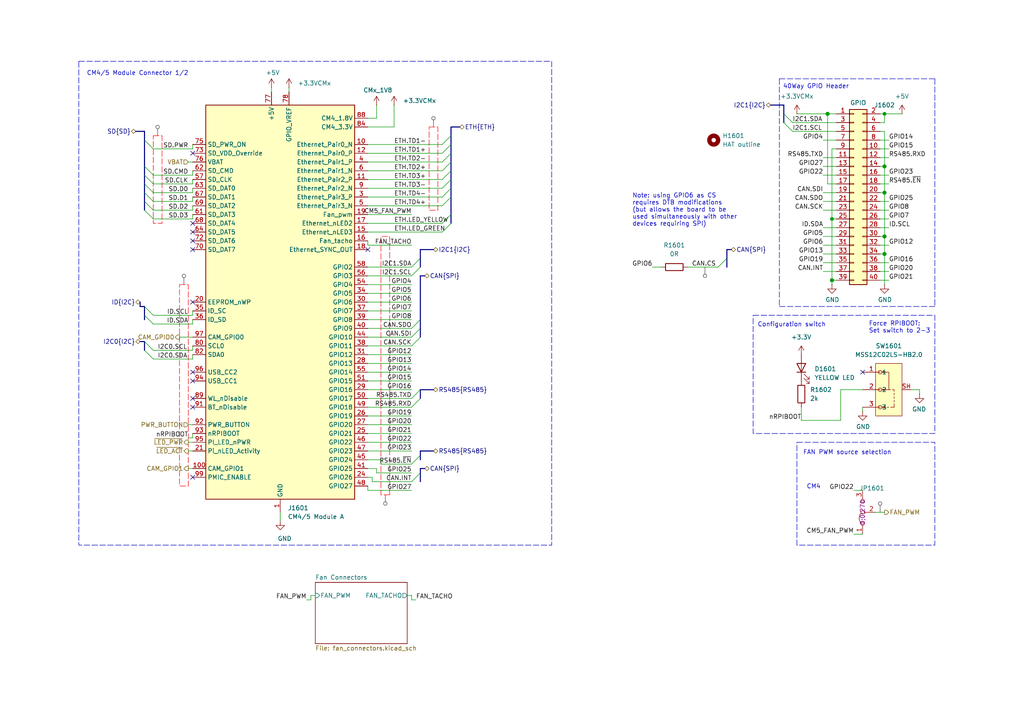
<source format=kicad_sch>
(kicad_sch (version 20250114) (generator "eeschema") (generator_version "9.0")
  (paper "A4")
  (title_block (title "HALPI2") (date "2025-03-27") (rev "v0.2.0") (company "Hat Labs Oy") (comment 1 "https://ohwr.org/cern_ohl_s_v2.pdf") (comment 2 "To view a copy of this license, visit ") (comment 3 "HALPI2 is licensed under CERN-OHL-S v2."))
  (lib_symbols
    (symbol "Connector_Generic:Conn_02x20_Odd_Even" (pin_names (offset 1.016) (hide yes))
      (property "Reference" "J" (at 1.27 25.4 0))
      (property "Value" "Conn_02x20_Odd_Even" (at 1.27 -27.94 0))
      (symbol "Conn_02x20_Odd_Even_1_1"
        (rectangle (start -1.27 24.13) (end 3.81 -26.67) (stroke (width 0.254)) (fill (type background)))
        (rectangle (start -1.27 22.987) (end 0 22.733) (stroke (width 0.1524)))
        (rectangle (start -1.27 20.447) (end 0 20.193) (stroke (width 0.1524)))
        (rectangle (start -1.27 17.907) (end 0 17.653) (stroke (width 0.1524)))
        (rectangle (start -1.27 15.367) (end 0 15.113) (stroke (width 0.1524)))
        (rectangle (start -1.27 12.827) (end 0 12.573) (stroke (width 0.1524)))
        (rectangle (start -1.27 10.287) (end 0 10.033) (stroke (width 0.1524)))
        (rectangle (start -1.27 7.747) (end 0 7.493) (stroke (width 0.1524)))
        (rectangle (start -1.27 5.207) (end 0 4.953) (stroke (width 0.1524)))
        (rectangle (start -1.27 2.667) (end 0 2.413) (stroke (width 0.1524)))
        (rectangle (start -1.27 0.127) (end 0 -0.127) (stroke (width 0.1524)))
        (rectangle (start -1.27 -2.413) (end 0 -2.667) (stroke (width 0.1524)))
        (rectangle (start -1.27 -4.953) (end 0 -5.207) (stroke (width 0.1524)))
        (rectangle (start -1.27 -7.493) (end 0 -7.747) (stroke (width 0.1524)))
        (rectangle (start -1.27 -10.033) (end 0 -10.287) (stroke (width 0.1524)))
        (rectangle (start -1.27 -12.573) (end 0 -12.827) (stroke (width 0.1524)))
        (rectangle (start -1.27 -15.113) (end 0 -15.367) (stroke (width 0.1524)))
        (rectangle (start -1.27 -17.653) (end 0 -17.907) (stroke (width 0.1524)))
        (rectangle (start -1.27 -20.193) (end 0 -20.447) (stroke (width 0.1524)))
        (rectangle (start -1.27 -22.733) (end 0 -22.987) (stroke (width 0.1524)))
        (rectangle (start -1.27 -25.273) (end 0 -25.527) (stroke (width 0.1524)))
        (rectangle (start 3.81 22.987) (end 2.54 22.733) (stroke (width 0.1524)))
        (rectangle (start 3.81 20.447) (end 2.54 20.193) (stroke (width 0.1524)))
        (rectangle (start 3.81 17.907) (end 2.54 17.653) (stroke (width 0.1524)))
        (rectangle (start 3.81 15.367) (end 2.54 15.113) (stroke (width 0.1524)))
        (rectangle (start 3.81 12.827) (end 2.54 12.573) (stroke (width 0.1524)))
        (rectangle (start 3.81 10.287) (end 2.54 10.033) (stroke (width 0.1524)))
        (rectangle (start 3.81 7.747) (end 2.54 7.493) (stroke (width 0.1524)))
        (rectangle (start 3.81 5.207) (end 2.54 4.953) (stroke (width 0.1524)))
        (rectangle (start 3.81 2.667) (end 2.54 2.413) (stroke (width 0.1524)))
        (rectangle (start 3.81 0.127) (end 2.54 -0.127) (stroke (width 0.1524)))
        (rectangle (start 3.81 -2.413) (end 2.54 -2.667) (stroke (width 0.1524)))
        (rectangle (start 3.81 -4.953) (end 2.54 -5.207) (stroke (width 0.1524)))
        (rectangle (start 3.81 -7.493) (end 2.54 -7.747) (stroke (width 0.1524)))
        (rectangle (start 3.81 -10.033) (end 2.54 -10.287) (stroke (width 0.1524)))
        (rectangle (start 3.81 -12.573) (end 2.54 -12.827) (stroke (width 0.1524)))
        (rectangle (start 3.81 -15.113) (end 2.54 -15.367) (stroke (width 0.1524)))
        (rectangle (start 3.81 -17.653) (end 2.54 -17.907) (stroke (width 0.1524)))
        (rectangle (start 3.81 -20.193) (end 2.54 -20.447) (stroke (width 0.1524)))
        (rectangle (start 3.81 -22.733) (end 2.54 -22.987) (stroke (width 0.1524)))
        (rectangle (start 3.81 -25.273) (end 2.54 -25.527) (stroke (width 0.1524)))
        (pin passive line (at -5.08 22.86 0) (length 3.81) (name "Pin_1") (number "1"))
        (pin passive line (at -5.08 20.32 0) (length 3.81) (name "Pin_3") (number "3"))
        (pin passive line (at -5.08 17.78 0) (length 3.81) (name "Pin_5") (number "5"))
        (pin passive line (at -5.08 15.24 0) (length 3.81) (name "Pin_7") (number "7"))
        (pin passive line (at -5.08 12.7 0) (length 3.81) (name "Pin_9") (number "9"))
        (pin passive line (at -5.08 10.16 0) (length 3.81) (name "Pin_11") (number "11"))
        (pin passive line (at -5.08 7.62 0) (length 3.81) (name "Pin_13") (number "13"))
        (pin passive line (at -5.08 5.08 0) (length 3.81) (name "Pin_15") (number "15"))
        (pin passive line (at -5.08 2.54 0) (length 3.81) (name "Pin_17") (number "17"))
        (pin passive line (at -5.08 0 0) (length 3.81) (name "Pin_19") (number "19"))
        (pin passive line (at -5.08 -2.54 0) (length 3.81) (name "Pin_21") (number "21"))
        (pin passive line (at -5.08 -5.08 0) (length 3.81) (name "Pin_23") (number "23"))
        (pin passive line (at -5.08 -7.62 0) (length 3.81) (name "Pin_25") (number "25"))
        (pin passive line (at -5.08 -10.16 0) (length 3.81) (name "Pin_27") (number "27"))
        (pin passive line (at -5.08 -12.7 0) (length 3.81) (name "Pin_29") (number "29"))
        (pin passive line (at -5.08 -15.24 0) (length 3.81) (name "Pin_31") (number "31"))
        (pin passive line (at -5.08 -17.78 0) (length 3.81) (name "Pin_33") (number "33"))
        (pin passive line (at -5.08 -20.32 0) (length 3.81) (name "Pin_35") (number "35"))
        (pin passive line (at -5.08 -22.86 0) (length 3.81) (name "Pin_37") (number "37"))
        (pin passive line (at -5.08 -25.4 0) (length 3.81) (name "Pin_39") (number "39"))
        (pin passive line (at 7.62 22.86 180) (length 3.81) (name "Pin_2") (number "2"))
        (pin passive line (at 7.62 20.32 180) (length 3.81) (name "Pin_4") (number "4"))
        (pin passive line (at 7.62 17.78 180) (length 3.81) (name "Pin_6") (number "6"))
        (pin passive line (at 7.62 15.24 180) (length 3.81) (name "Pin_8") (number "8"))
        (pin passive line (at 7.62 12.7 180) (length 3.81) (name "Pin_10") (number "10"))
        (pin passive line (at 7.62 10.16 180) (length 3.81) (name "Pin_12") (number "12"))
        (pin passive line (at 7.62 7.62 180) (length 3.81) (name "Pin_14") (number "14"))
        (pin passive line (at 7.62 5.08 180) (length 3.81) (name "Pin_16") (number "16"))
        (pin passive line (at 7.62 2.54 180) (length 3.81) (name "Pin_18") (number "18"))
        (pin passive line (at 7.62 0 180) (length 3.81) (name "Pin_20") (number "20"))
        (pin passive line (at 7.62 -2.54 180) (length 3.81) (name "Pin_22") (number "22"))
        (pin passive line (at 7.62 -5.08 180) (length 3.81) (name "Pin_24") (number "24"))
        (pin passive line (at 7.62 -7.62 180) (length 3.81) (name "Pin_26") (number "26"))
        (pin passive line (at 7.62 -10.16 180) (length 3.81) (name "Pin_28") (number "28"))
        (pin passive line (at 7.62 -12.7 180) (length 3.81) (name "Pin_30") (number "30"))
        (pin passive line (at 7.62 -15.24 180) (length 3.81) (name "Pin_32") (number "32"))
        (pin passive line (at 7.62 -17.78 180) (length 3.81) (name "Pin_34") (number "34"))
        (pin passive line (at 7.62 -20.32 180) (length 3.81) (name "Pin_36") (number "36"))
        (pin passive line (at 7.62 -22.86 180) (length 3.81) (name "Pin_38") (number "38"))
        (pin passive line (at 7.62 -25.4 180) (length 3.81) (name "Pin_40") (number "40"))
      )
    )
    (symbol "Device:LED" (pin_numbers (hide yes)) (pin_names (offset 1.016) (hide yes))
      (property "Reference" "D" (at 0 2.54 0))
      (property "Value" "LED" (at 0 -2.54 0))
      (symbol "LED_0_1"
        (polyline (pts (xy -3.048 -0.762) (xy -4.572 -2.286) (xy -3.81 -2.286) (xy -4.572 -2.286) (xy -4.572 -1.524)))
        (polyline (pts (xy -1.778 -0.762) (xy -3.302 -2.286) (xy -2.54 -2.286) (xy -3.302 -2.286) (xy -3.302 -1.524)))
        (polyline (pts (xy -1.27 0) (xy 1.27 0)))
        (polyline (pts (xy -1.27 -1.27) (xy -1.27 1.27)) (stroke (width 0.254)))
        (polyline (pts (xy 1.27 -1.27) (xy 1.27 1.27) (xy -1.27 0) (xy 1.27 -1.27)) (stroke (width 0.254)))
      )
      (symbol "LED_1_1"
        (pin passive line (at -3.81 0 0) (length 2.54) (name "K") (number "1"))
        (pin passive line (at 3.81 0 180) (length 2.54) (name "A") (number "2"))
      )
    )
    (symbol "Device:R" (pin_numbers (hide yes)) (pin_names (offset 0))
      (property "Reference" "R" (at 2.032 0 90))
      (property "Value" "R" (at 0 0 90))
      (symbol "R_0_1"
        (rectangle (start -1.016 -2.54) (end 1.016 2.54) (stroke (width 0.254)))
      )
      (symbol "R_1_1"
        (pin passive line (at 0 3.81 270) (length 1.27) (name "~") (number "1"))
        (pin passive line (at 0 -3.81 90) (length 1.27) (name "~") (number "2"))
      )
    )
    (symbol "Hatlabs:+3.3VCMx" (power) (pin_numbers (hide yes)) (pin_names (offset 0) (hide yes))
      (property "Value" "+3.3VCMx" (at 0 3.556 0))
      (symbol "+3.3VCMx_0_1"
        (polyline (pts (xy -0.762 1.27) (xy 0 2.54)))
        (polyline (pts (xy 0 2.54) (xy 0.762 1.27)))
        (polyline (pts (xy 0 0) (xy 0 2.54)))
      )
      (symbol "+3.3VCMx_1_1"
        (pin power_in line (at 0 0 90) (length 0) (name "~") (number "1"))
      )
    )
    (symbol "Hatlabs:MSS12C02LS-HB2.0"
      (property "Reference" "SW" (at 0 11.43 0))
      (property "Value" "MSS12C02LS-HB2.0" (at 0 -12.7 0))
      (symbol "MSS12C02LS-HB2.0_0_1"
        (rectangle (start -7.62 3.81) (end 7.62 -3.81) (fill (type background)))
        (polyline (pts (xy -5.08 -2.03) (xy -5.33 -1.02)))
        (polyline (pts (xy -5.08 -2.03) (xy -4.83 -1.02)))
        (polyline (pts (xy -5.08 -2.03) (xy -5.08 0) (xy 0 0) (xy 0 -2.03)))
        (circle (center -5.08 -2.54) (radius 0.51))
        (polyline (pts (xy 0 1.02) (xy 0 1.52) (xy 0.51 1.52)))
        (polyline (pts (xy 0 0) (xy 0 0.51)))
        (polyline (pts (xy 0 -2.03) (xy -0.25 -1.02)))
        (polyline (pts (xy 0 -2.03) (xy 0.25 -1.02)))
        (circle (center 0 -2.54) (radius 0.51))
        (polyline (pts (xy 1.02 1.52) (xy 1.52 1.52)))
        (polyline (pts (xy 2.03 1.52) (xy 2.54 1.52)))
        (polyline (pts (xy 3.05 1.52) (xy 3.56 1.52)))
        (polyline (pts (xy 4.06 1.52) (xy 5.08 1.52)))
        (polyline (pts (xy 5.08 1.52) (xy 5.08 0.51)))
        (polyline (pts (xy 5.08 -0.51) (xy 5.08 0)))
        (polyline (pts (xy 5.08 -1.52) (xy 5.08 -1.02)))
        (polyline (pts (xy 5.08 -2.03) (xy 4.83 -1.02)))
        (polyline (pts (xy 5.08 -2.03) (xy 5.33 -1.02)))
        (circle (center 5.08 -2.54) (radius 0.51))
      )
      (symbol "MSS12C02LS-HB2.0_1_1"
        (pin passive line (at -5.08 -7.62 90) (length 5.08) (name "1") (number "1"))
        (pin passive line (at 0 6.35 270) (length 2.54) (name "") (number "SH"))
        (pin passive line (at 0 -7.62 90) (length 5.08) (name "2") (number "2"))
        (pin passive line (at 5.08 -7.62 90) (length 5.08) (name "3") (number "3"))
      )
    )
    (symbol "Hatlabs:RaspberryPi-CM45Lite-A"
      (property "Reference" "J" (at -20.32 58.42 0))
      (property "Value" "RaspberryPi-CM45Lite" (at 12.7 58.42 0))
      (symbol "RaspberryPi-CM45Lite-A_0_1"
        (rectangle (start -21.59 57.15) (end 21.59 -57.15) (stroke (width 0.254)) (fill (type background)))
      )
      (symbol "RaspberryPi-CM45Lite-A_1_1"
        (pin output line (at -25.4 45.72 0) (length 3.81) (name "SD_PWR_ON") (number "75"))
        (pin input line (at -25.4 43.18 0) (length 3.81) (name "SD_VDD_Override") (number "73"))
        (pin power_in line (at -25.4 40.64 0) (length 3.81) (name "VBAT") (number "76"))
        (pin output line (at -25.4 38.1 0) (length 3.81) (name "SD_CMD") (number "62"))
        (pin output line (at -25.4 35.56 0) (length 3.81) (name "SD_CLK") (number "57"))
        (pin bidirectional line (at -25.4 33.02 0) (length 3.81) (name "SD_DAT0") (number "63"))
        (pin bidirectional line (at -25.4 30.48 0) (length 3.81) (name "SD_DAT1") (number "67"))
        (pin bidirectional line (at -25.4 27.94 0) (length 3.81) (name "SD_DAT2") (number "69"))
        (pin bidirectional line (at -25.4 25.4 0) (length 3.81) (name "SD_DAT3") (number "61"))
        (pin bidirectional line (at -25.4 22.86 0) (length 3.81) (name "SD_DAT4") (number "68"))
        (pin bidirectional line (at -25.4 20.32 0) (length 3.81) (name "SD_DAT5") (number "64"))
        (pin bidirectional line (at -25.4 17.78 0) (length 3.81) (name "SD_DAT6") (number "72"))
        (pin bidirectional line (at -25.4 15.24 0) (length 3.81) (name "SD_DAT7") (number "70"))
        (pin passive line (at -25.4 0 0) (length 3.81) (name "EEPROM_nWP") (number "20"))
        (pin bidirectional line (at -25.4 -2.54 0) (length 3.81) (name "ID_SC") (number "35"))
        (pin bidirectional line (at -25.4 -5.08 0) (length 3.81) (name "ID_SD") (number "36"))
        (pin input line (at -25.4 -10.16 0) (length 3.81) (name "CAM_GPIO0") (number "97"))
        (pin output line (at -25.4 -12.7 0) (length 3.81) (name "SCL0") (number "80"))
        (pin bidirectional line (at -25.4 -15.24 0) (length 3.81) (name "SDA0") (number "82"))
        (pin input line (at -25.4 -20.32 0) (length 3.81) (name "USB_CC2") (number "96"))
        (pin input line (at -25.4 -22.86 0) (length 3.81) (name "USB_CC1") (number "94"))
        (pin input line (at -25.4 -27.94 0) (length 3.81) (name "WL_nDisable") (number "89"))
        (pin input line (at -25.4 -30.48 0) (length 3.81) (name "BT_nDisable") (number "91"))
        (pin input line (at -25.4 -35.56 0) (length 3.81) (name "PWR_BUTTON") (number "92"))
        (pin output line (at -25.4 -38.1 0) (length 3.81) (name "nRPIBOOT") (number "93"))
        (pin output line (at -25.4 -40.64 0) (length 3.81) (name "PI_LED_nPWR") (number "95"))
        (pin input line (at -25.4 -43.18 0) (length 3.81) (name "Pi_nLED_Activity") (number "21"))
        (pin bidirectional line (at -25.4 -48.26 0) (length 3.81) (name "CAM_GPIO1") (number "100"))
        (pin input line (at -25.4 -50.8 0) (length 3.81) (name "PMIC_ENABLE") (number "99"))
        (pin power_in line (at -2.54 60.96 270) (length 3.81) (name "+5V") (number "77"))
        (pin passive line (at -2.54 60.96 270) (length 3.81) (hide yes) (name "+5V") (number "79"))
        (pin passive line (at -2.54 60.96 270) (length 3.81) (hide yes) (name "+5V") (number "81"))
        (pin passive line (at -2.54 60.96 270) (length 3.81) (hide yes) (name "+5V") (number "83"))
        (pin passive line (at -2.54 60.96 270) (length 3.81) (hide yes) (name "+5V") (number "85"))
        (pin passive line (at -2.54 60.96 270) (length 3.81) (hide yes) (name "+5V") (number "87"))
        (pin power_in line (at 0 -60.96 90) (length 3.81) (name "GND") (number "1"))
        (pin passive line (at 0 -60.96 90) (length 3.81) (hide yes) (name "GND") (number "13"))
        (pin passive line (at 0 -60.96 90) (length 3.81) (hide yes) (name "GND") (number "14"))
        (pin passive line (at 0 -60.96 90) (length 3.81) (hide yes) (name "GND") (number "2"))
        (pin passive line (at 0 -60.96 90) (length 3.81) (hide yes) (name "GND") (number "22"))
        (pin passive line (at 0 -60.96 90) (length 3.81) (hide yes) (name "GND") (number "23"))
        (pin passive line (at 0 -60.96 90) (length 3.81) (hide yes) (name "GND") (number "32"))
        (pin passive line (at 0 -60.96 90) (length 3.81) (hide yes) (name "GND") (number "33"))
        (pin passive line (at 0 -60.96 90) (length 3.81) (hide yes) (name "GND") (number "42"))
        (pin passive line (at 0 -60.96 90) (length 3.81) (hide yes) (name "GND") (number "43"))
        (pin passive line (at 0 -60.96 90) (length 3.81) (hide yes) (name "GND") (number "52"))
        (pin passive line (at 0 -60.96 90) (length 3.81) (hide yes) (name "GND") (number "53"))
        (pin passive line (at 0 -60.96 90) (length 3.81) (hide yes) (name "GND") (number "59"))
        (pin passive line (at 0 -60.96 90) (length 3.81) (hide yes) (name "GND") (number "60"))
        (pin passive line (at 0 -60.96 90) (length 3.81) (hide yes) (name "GND") (number "65"))
        (pin passive line (at 0 -60.96 90) (length 3.81) (hide yes) (name "GND") (number "66"))
        (pin passive line (at 0 -60.96 90) (length 3.81) (hide yes) (name "GND") (number "7"))
        (pin passive line (at 0 -60.96 90) (length 3.81) (hide yes) (name "GND") (number "71"))
        (pin passive line (at 0 -60.96 90) (length 3.81) (hide yes) (name "GND") (number "74"))
        (pin passive line (at 0 -60.96 90) (length 3.81) (hide yes) (name "GND") (number "8"))
        (pin passive line (at 0 -60.96 90) (length 3.81) (hide yes) (name "GND") (number "98"))
        (pin power_in line (at 2.54 60.96 270) (length 3.81) (name "GPIO_VREF") (number "78"))
        (pin power_out line (at 25.4 53.34 180) (length 3.81) (name "CM4_1.8V") (number "88"))
        (pin passive line (at 25.4 53.34 180) (length 3.81) (hide yes) (name "CM4_1.8V") (number "90"))
        (pin power_out line (at 25.4 50.8 180) (length 3.81) (name "CM4_3.3V") (number "84"))
        (pin passive line (at 25.4 50.8 180) (length 3.81) (hide yes) (name "CM4_3.3V") (number "86"))
        (pin bidirectional line (at 25.4 45.72 180) (length 3.81) (name "Ethernet_Pair0_N") (number "10"))
        (pin bidirectional line (at 25.4 43.18 180) (length 3.81) (name "Ethernet_Pair0_P") (number "12"))
        (pin bidirectional line (at 25.4 40.64 180) (length 3.81) (name "Ethernet_Pair1_P") (number "4"))
        (pin bidirectional line (at 25.4 38.1 180) (length 3.81) (name "Ethernet_Pair1_N") (number "6"))
        (pin bidirectional line (at 25.4 35.56 180) (length 3.81) (name "Ethernet_Pair2_P") (number "11"))
        (pin bidirectional line (at 25.4 33.02 180) (length 3.81) (name "Ethernet_Pair2_N") (number "9"))
        (pin bidirectional line (at 25.4 30.48 180) (length 3.81) (name "Ethernet_Pair3_P") (number "3"))
        (pin bidirectional line (at 25.4 27.94 180) (length 3.81) (name "Ethernet_Pair3_N") (number "5"))
        (pin output line (at 25.4 25.4 180) (length 3.81) (name "Fan_pwm") (number "19"))
        (pin output line (at 25.4 22.86 180) (length 3.81) (name "Ethernet_nLED2") (number "17"))
        (pin output line (at 25.4 20.32 180) (length 3.81) (name "Ethernet_nLED3") (number "15"))
        (pin input line (at 25.4 17.78 180) (length 3.81) (name "Fan_tacho") (number "16"))
        (pin output line (at 25.4 15.24 180) (length 3.81) (name "Ethernet_SYNC_OUT") (number "18"))
        (pin bidirectional line (at 25.4 10.16 180) (length 3.81) (name "GPIO2") (number "58"))
        (pin bidirectional line (at 25.4 7.62 180) (length 3.81) (name "GPIO3") (number "56"))
        (pin bidirectional line (at 25.4 5.08 180) (length 3.81) (name "GPIO4") (number "54"))
        (pin bidirectional line (at 25.4 2.54 180) (length 3.81) (name "GPIO5") (number "34"))
        (pin bidirectional line (at 25.4 0 180) (length 3.81) (name "GPIO6") (number "30"))
        (pin bidirectional line (at 25.4 -2.54 180) (length 3.81) (name "GPIO7") (number "37"))
        (pin bidirectional line (at 25.4 -5.08 180) (length 3.81) (name "GPIO8") (number "39"))
        (pin bidirectional line (at 25.4 -7.62 180) (length 3.81) (name "GPIO9") (number "40"))
        (pin bidirectional line (at 25.4 -10.16 180) (length 3.81) (name "GPIO10") (number "44"))
        (pin bidirectional line (at 25.4 -12.7 180) (length 3.81) (name "GPIO11") (number "38"))
        (pin bidirectional line (at 25.4 -15.24 180) (length 3.81) (name "GPIO12") (number "31"))
        (pin bidirectional line (at 25.4 -17.78 180) (length 3.81) (name "GPIO13") (number "28"))
        (pin bidirectional line (at 25.4 -20.32 180) (length 3.81) (name "GPIO14") (number "55"))
        (pin bidirectional line (at 25.4 -22.86 180) (length 3.81) (name "GPIO15") (number "51"))
        (pin bidirectional line (at 25.4 -25.4 180) (length 3.81) (name "GPIO16") (number "29"))
        (pin bidirectional line (at 25.4 -27.94 180) (length 3.81) (name "GPIO17") (number "50"))
        (pin bidirectional line (at 25.4 -30.48 180) (length 3.81) (name "GPIO18") (number "49"))
        (pin bidirectional line (at 25.4 -33.02 180) (length 3.81) (name "GPIO19") (number "26"))
        (pin bidirectional line (at 25.4 -35.56 180) (length 3.81) (name "GPIO20") (number "27"))
        (pin bidirectional line (at 25.4 -38.1 180) (length 3.81) (name "GPIO21") (number "25"))
        (pin bidirectional line (at 25.4 -40.64 180) (length 3.81) (name "GPIO22") (number "46"))
        (pin bidirectional line (at 25.4 -43.18 180) (length 3.81) (name "GPIO23") (number "47"))
        (pin bidirectional line (at 25.4 -45.72 180) (length 3.81) (name "GPIO24") (number "45"))
        (pin bidirectional line (at 25.4 -48.26 180) (length 3.81) (name "GPIO25") (number "41"))
        (pin bidirectional line (at 25.4 -50.8 180) (length 3.81) (name "GPIO26") (number "24"))
        (pin bidirectional line (at 25.4 -53.34 180) (length 3.81) (name "GPIO27") (number "48"))
      )
    )
    (symbol "Jumper:Jumper_3_Bridged12" (pin_names (offset 0) (hide yes)) (exclude_from_sim yes) (in_bom no)
      (property "Reference" "JP" (at -2.54 -2.54 0))
      (property "Value" "Jumper_3_Bridged12" (at 0 2.794 0))
      (symbol "Jumper_3_Bridged12_0_0"
        (circle (center -3.302 0) (radius 0.508))
        (circle (center 0 0) (radius 0.508))
        (circle (center 3.302 0) (radius 0.508))
      )
      (symbol "Jumper_3_Bridged12_0_1"
        (arc (start -3.048 0.508) (mid -1.651 0.9912) (end -0.254 0.508))
        (polyline (pts (xy 0 -1.27) (xy 0 -0.508)))
      )
      (symbol "Jumper_3_Bridged12_1_1"
        (pin passive line (at -6.35 0 0) (length 2.54) (name "A") (number "1"))
        (pin passive line (at 0 -3.81 90) (length 2.54) (name "C") (number "2"))
        (pin passive line (at 6.35 0 180) (length 2.54) (name "B") (number "3"))
      )
    )
    (symbol "Mechanical:MountingHole" (pin_names (offset 1.016)) (exclude_from_sim yes) (in_bom no)
      (property "Reference" "H" (at 0 5.08 0))
      (property "Value" "MountingHole" (at 0 3.175 0))
      (symbol "MountingHole_0_1"
        (circle (center 0 0) (radius 1.27) (stroke (width 1.27)))
      )
    )
    (symbol "power:+1V8" (power) (pin_numbers (hide yes)) (pin_names (offset 0) (hide yes))
      (property "Value" "+1V8" (at 0 3.556 0))
      (symbol "+1V8_0_1"
        (polyline (pts (xy -0.762 1.27) (xy 0 2.54)))
        (polyline (pts (xy 0 2.54) (xy 0.762 1.27)))
        (polyline (pts (xy 0 0) (xy 0 2.54)))
      )
      (symbol "+1V8_1_1"
        (pin power_in line (at 0 0 90) (length 0) (name "~") (number "1"))
      )
    )
    (symbol "power:+3.3V" (power) (pin_numbers (hide yes)) (pin_names (offset 0) (hide yes))
      (property "Value" "+3.3V" (at 0 3.556 0))
      (symbol "+3.3V_0_1"
        (polyline (pts (xy -0.762 1.27) (xy 0 2.54)))
        (polyline (pts (xy 0 2.54) (xy 0.762 1.27)))
        (polyline (pts (xy 0 0) (xy 0 2.54)))
      )
      (symbol "+3.3V_1_1"
        (pin power_in line (at 0 0 90) (length 0) (name "~") (number "1"))
      )
    )
    (symbol "power:+5V" (power) (pin_numbers (hide yes)) (pin_names (offset 0) (hide yes))
      (property "Value" "+5V" (at 0 3.556 0))
      (symbol "+5V_0_1"
        (polyline (pts (xy -0.762 1.27) (xy 0 2.54)))
        (polyline (pts (xy 0 2.54) (xy 0.762 1.27)))
        (polyline (pts (xy 0 0) (xy 0 2.54)))
      )
      (symbol "+5V_1_1"
        (pin power_in line (at 0 0 90) (length 0) (name "~") (number "1"))
      )
    )
    (symbol "power:GND" (power) (pin_numbers (hide yes)) (pin_names (offset 0) (hide yes))
      (property "Value" "GND" (at 0 -3.81 0))
      (symbol "GND_0_1"
        (polyline (pts (xy 0 0) (xy 0 -1.27) (xy 1.27 -1.27) (xy 0 -2.54) (xy -1.27 -1.27) (xy 0 -1.27)))
      )
      (symbol "GND_1_1"
        (pin power_in line (at 0 0 270) (length 0) (name "~") (number "1"))
      )
    )
  )
  (bus_alias "DPHY" (members "C+" "C-" "D0+" "D0-" "D1+" "D1-" "D2+" "D2-" "D3+" "D3-"))
  (bus_alias "HDMI" (members "D0+" "D0-" "D1+" "D1-" "D2+" "D2-" "CLK+" "CLK-" "CEC" "HPD" "SDA" "SCL"))
  (bus_alias "PCIe" (members "~{RST}" "~{CLKREQ}" "CLK+" "CLK-" "TX+" "TX-" "RX+" "RX-" "~{WAKE}" "PWR_EN"))
  (bus_alias "SD" (members "D[0..3]" "CMD" "CLK" "PWR" "DET"))
  (bus_alias "SPI" (members "SCK" "SDI" "SDO" "CS" "INT"))
  (bus_alias "UART" (members "RXD" "TXD"))
  (rectangle (start 22.86 17.78) (end 160.02 158.115) (stroke (width 0) (type dash)))
  (rectangle (start 218.44 91.44) (end 271.145 125.73) (stroke (width 0) (type dash)))
  (rectangle (start 231.14 128.27) (end 271.145 158.115) (stroke (width 0) (type dash)))
  (text "40Way GPIO Header" (at 227.076 25.908 0) (effects (font (size 1.27 1.27)) (justify left bottom)))
  (text "FAN PWM source selection" (at 232.918 131.318 0) (effects (font (size 1.27 1.27)) (justify left)))
  (text "Note: using GPIO6 as CS\nrequires DTB modifications\n(but allows the board to be \nused simultaneously with other\ndevices requiring SPI)" (at 183.388 65.786 0) (effects (font (size 1.27 1.27)) (justify left bottom)))
  (text "Configuration switch" (at 219.71 94.234 0) (effects (font (size 1.27 1.27)) (justify left)))
  (text "Force RPIBOOT:\nSet switch to 2-3" (at 251.968 96.774 0) (effects (font (size 1.27 1.27)) (justify left bottom)))
  (text "CM4" (at 233.934 141.224 0) (effects (font (size 1.27 1.27)) (justify left)))
  (text "CM4/5 Module Connector 1/2" (at 25.146 21.336 0) (effects (font (size 1.27 1.27)) (justify left)))
  (junction (at 241.3 63.5))
  (junction (at 256.54 68.58) (diameter 1.016))
  (junction (at 256.54 55.88) (diameter 1.016))
  (junction (at 256.54 73.66) (diameter 1.016))
  (junction (at 256.54 48.26) (diameter 1.016))
  (junction (at 256.54 33.02))
  (junction (at 240.03 33.02) (diameter 1.016))
  (junction (at 241.3 81.28) (diameter 1.016))
  (no_connect (at 55.88 67.31))
  (no_connect (at 55.88 69.85))
  (no_connect (at 55.88 44.45))
  (no_connect (at 55.88 87.63))
  (no_connect (at 55.88 118.11))
  (no_connect (at 55.88 110.49))
  (no_connect (at 55.88 107.95))
  (no_connect (at 106.68 72.39))
  (no_connect (at 250.19 107.95))
  (no_connect (at 55.88 72.39))
  (no_connect (at 55.88 115.57))
  (no_connect (at 55.88 138.43))
  (no_connect (at 55.88 64.77))
  (bus_entry (at 128.27 49.53) (size 2.54 -2.54) (stroke (width 0.1524)))
  (bus_entry (at 41.91 101.6) (size 2.54 2.54))
  (bus_entry (at 41.91 53.34) (size 2.54 2.54) (stroke (width 0.1524)))
  (bus_entry (at 121.92 77.47) (size -2.54 2.54) (stroke (width 0.1524)))
  (bus_entry (at 128.27 52.07) (size 2.54 -2.54) (stroke (width 0.1524)))
  (bus_entry (at 41.91 58.42) (size 2.54 2.54) (stroke (width 0.1524)))
  (bus_entry (at 121.92 95.25) (size -2.54 2.54))
  (bus_entry (at 227.33 33.02) (size 2.54 2.54) (stroke (width 0.1524)))
  (bus_entry (at 41.91 50.8) (size 2.54 2.54) (stroke (width 0.1524)))
  (bus_entry (at 128.27 67.31) (size 2.54 -2.54) (stroke (width 0.1524)))
  (bus_entry (at 128.27 64.77) (size 2.54 -2.54) (stroke (width 0.1524)))
  (bus_entry (at 128.27 46.99) (size 2.54 -2.54) (stroke (width 0.1524)))
  (bus_entry (at 128.27 59.69) (size 2.54 -2.54) (stroke (width 0.1524)))
  (bus_entry (at 121.92 115.57) (size -2.54 2.54))
  (bus_entry (at 121.92 97.79) (size -2.54 2.54))
  (bus_entry (at 121.92 92.71) (size -2.54 2.54))
  (bus_entry (at 210.82 74.93) (size -2.54 2.54))
  (bus_entry (at 128.27 57.15) (size 2.54 -2.54) (stroke (width 0.1524)))
  (bus_entry (at 128.27 41.91) (size 2.54 -2.54) (stroke (width 0.1524)))
  (bus_entry (at 41.91 60.96) (size 2.54 2.54) (stroke (width 0.1524)))
  (bus_entry (at 121.92 137.16) (size -2.54 2.54) (stroke (width 0.1524)))
  (bus_entry (at 121.92 74.93) (size -2.54 2.54) (stroke (width 0.1524)))
  (bus_entry (at 41.91 48.26) (size 2.54 2.54) (stroke (width 0.1524)))
  (bus_entry (at 41.91 40.64) (size 2.54 2.54) (stroke (width 0.1524)))
  (bus_entry (at 128.27 44.45) (size 2.54 -2.54) (stroke (width 0.1524)))
  (bus_entry (at 227.33 35.56) (size 2.54 2.54) (stroke (width 0.1524)))
  (bus_entry (at 41.91 91.44) (size 2.54 2.54))
  (bus_entry (at 41.91 99.06) (size 2.54 2.54))
  (bus_entry (at 121.92 113.03) (size -2.54 2.54))
  (bus_entry (at 128.27 54.61) (size 2.54 -2.54) (stroke (width 0.1524)))
  (bus_entry (at 41.91 55.88) (size 2.54 2.54) (stroke (width 0.1524)))
  (bus_entry (at 121.92 132.08) (size -2.54 2.54) (stroke (width 0.1524)))
  (bus_entry (at 41.91 88.9) (size 2.54 2.54))
  (wire (pts (xy 106.68 82.55) (xy 119.38 82.55)))
  (wire (pts (xy 255.27 68.58) (xy 256.54 68.58)))
  (wire (pts (xy 238.76 68.58) (xy 242.57 68.58)))
  (wire (pts (xy 229.87 35.56) (xy 242.57 35.56)))
  (wire (pts (xy 54.61 123.19) (xy 55.88 123.19)))
  (wire (pts (xy 44.45 91.44) (xy 55.88 91.44)))
  (wire (pts (xy 114.3 36.83) (xy 114.3 30.48)))
  (wire (pts (xy 199.39 77.47) (xy 208.28 77.47)))
  (bus (pts (xy 123.19 135.89) (xy 121.92 135.89)))
  (wire (pts (xy 55.88 60.96) (xy 55.88 59.69)))
  (wire (pts (xy 256.54 35.56) (xy 256.54 33.02)))
  (wire (pts (xy 110.49 133.35) (xy 106.68 133.35)))
  (wire (pts (xy 44.45 55.88) (xy 55.88 55.88)))
  (bus (pts (xy 39.37 38.1) (xy 41.91 38.1)))
  (wire (pts (xy 243.84 113.03) (xy 243.84 121.92)))
  (wire (pts (xy 44.45 50.8) (xy 55.88 50.8)))
  (bus (pts (xy 40.64 88.9) (xy 41.91 88.9)))
  (wire (pts (xy 238.76 78.74) (xy 242.57 78.74)))
  (wire (pts (xy 106.68 54.61) (xy 128.27 54.61)))
  (wire (pts (xy 81.28 148.59) (xy 81.28 151.13)))
  (wire (pts (xy 55.88 55.88) (xy 55.88 54.61)))
  (wire (pts (xy 106.68 125.73) (xy 119.38 125.73)))
  (wire (pts (xy 78.74 25.4) (xy 78.74 26.67)))
  (wire (pts (xy 107.95 139.7) (xy 119.38 139.7)))
  (wire (pts (xy 107.95 139.7) (xy 107.95 138.43)))
  (wire (pts (xy 256.54 148.59) (xy 254 148.59)))
  (wire (pts (xy 106.68 49.53) (xy 128.27 49.53)))
  (wire (pts (xy 242.57 33.02) (xy 240.03 33.02)))
  (wire (pts (xy 238.76 50.8) (xy 242.57 50.8)))
  (wire (pts (xy 106.68 34.29) (xy 109.22 34.29)))
  (bus (pts (xy 121.92 137.16) (xy 121.92 139.7)))
  (wire (pts (xy 106.68 115.57) (xy 119.38 115.57)))
  (wire (pts (xy 55.88 50.8) (xy 55.88 49.53)))
  (wire (pts (xy 44.45 43.18) (xy 55.88 43.18)))
  (wire (pts (xy 241.3 63.5) (xy 241.3 81.28)))
  (bus (pts (xy 212.09 72.39) (xy 210.82 72.39)))
  (wire (pts (xy 54.61 128.27) (xy 55.88 128.27)))
  (wire (pts (xy 106.68 90.17) (xy 119.38 90.17)))
  (wire (pts (xy 189.23 77.47) (xy 191.77 77.47)))
  (wire (pts (xy 44.45 60.96) (xy 55.88 60.96)))
  (wire (pts (xy 106.68 59.69) (xy 128.27 59.69)))
  (wire (pts (xy 255.27 81.28) (xy 257.81 81.28)))
  (bus (pts (xy 227.33 30.48) (xy 227.33 33.02)))
  (wire (pts (xy 44.45 104.14) (xy 55.88 104.14)))
  (wire (pts (xy 255.27 45.72) (xy 257.81 45.72)))
  (bus (pts (xy 121.92 92.71) (xy 121.92 95.25)))
  (bus (pts (xy 125.73 72.39) (xy 121.92 72.39)))
  (wire (pts (xy 109.22 135.89) (xy 106.68 135.89)))
  (wire (pts (xy 90.17 172.72) (xy 91.44 172.72)))
  (wire (pts (xy 55.88 53.34) (xy 55.88 52.07)))
  (bus (pts (xy 223.52 30.48) (xy 227.33 30.48)))
  (wire (pts (xy 55.88 127) (xy 55.88 125.73)))
  (wire (pts (xy 255.27 53.34) (xy 257.81 53.34)))
  (wire (pts (xy 54.61 127) (xy 55.88 127)))
  (bus (pts (xy 121.92 95.25) (xy 121.92 97.79)))
  (polyline (pts (xy 226.06 88.9) (xy 271.145 88.9)) (stroke (width 0) (type dash)))
  (wire (pts (xy 106.68 105.41) (xy 119.38 105.41)))
  (wire (pts (xy 54.61 135.89) (xy 55.88 135.89)))
  (wire (pts (xy 243.84 113.03) (xy 250.19 113.03)))
  (wire (pts (xy 106.68 80.01) (xy 119.38 80.01)))
  (wire (pts (xy 238.76 48.26) (xy 242.57 48.26)))
  (wire (pts (xy 229.87 38.1) (xy 242.57 38.1)))
  (wire (pts (xy 255.27 50.8) (xy 257.81 50.8)))
  (wire (pts (xy 120.65 173.99) (xy 119.38 173.99)))
  (wire (pts (xy 247.65 154.94) (xy 250.19 154.94)))
  (wire (pts (xy 106.68 102.87) (xy 119.38 102.87)))
  (polyline (pts (xy 226.06 22.86) (xy 226.06 88.9)) (stroke (width 0) (type dash)))
  (wire (pts (xy 238.76 71.12) (xy 242.57 71.12)))
  (bus (pts (xy 210.82 72.39) (xy 210.82 74.93)))
  (wire (pts (xy 264.16 113.03) (xy 266.7 113.03)))
  (wire (pts (xy 255.27 38.1) (xy 256.54 38.1)))
  (wire (pts (xy 106.68 110.49) (xy 119.38 110.49)))
  (wire (pts (xy 238.76 45.72) (xy 242.57 45.72)))
  (wire (pts (xy 266.7 113.03) (xy 266.7 114.3)))
  (wire (pts (xy 106.68 107.95) (xy 119.38 107.95)))
  (wire (pts (xy 55.88 58.42) (xy 55.88 57.15)))
  (wire (pts (xy 106.68 67.31) (xy 128.27 67.31)))
  (wire (pts (xy 255.27 76.2) (xy 257.81 76.2)))
  (wire (pts (xy 255.27 60.96) (xy 257.81 60.96)))
  (wire (pts (xy 238.76 73.66) (xy 242.57 73.66)))
  (bus (pts (xy 41.91 91.44) (xy 41.91 88.9)))
  (wire (pts (xy 110.49 134.62) (xy 119.38 134.62)))
  (wire (pts (xy 106.68 130.81) (xy 119.38 130.81)))
  (wire (pts (xy 107.95 138.43) (xy 106.68 138.43)))
  (wire (pts (xy 119.38 172.72) (xy 118.11 172.72)))
  (wire (pts (xy 238.76 66.04) (xy 242.57 66.04)))
  (bus (pts (xy 40.64 99.06) (xy 41.91 99.06)))
  (wire (pts (xy 44.45 63.5) (xy 55.88 63.5)))
  (bus (pts (xy 121.92 130.81) (xy 121.92 132.08)))
  (bus (pts (xy 121.92 113.03) (xy 125.73 113.03)))
  (bus (pts (xy 121.92 80.01) (xy 121.92 92.71)))
  (wire (pts (xy 55.88 43.18) (xy 55.88 41.91)))
  (wire (pts (xy 55.88 93.98) (xy 55.88 92.71)))
  (bus (pts (xy 121.92 74.93) (xy 121.92 77.47)))
  (bus (pts (xy 123.19 80.01) (xy 121.92 80.01)))
  (wire (pts (xy 238.76 58.42) (xy 242.57 58.42)))
  (wire (pts (xy 243.84 121.92) (xy 232.41 121.92)))
  (wire (pts (xy 250.19 118.11) (xy 250.19 119.38)))
  (wire (pts (xy 238.76 55.88) (xy 242.57 55.88)))
  (wire (pts (xy 256.54 73.66) (xy 256.54 68.58)))
  (wire (pts (xy 106.68 92.71) (xy 119.38 92.71)))
  (wire (pts (xy 256.54 68.58) (xy 256.54 55.88)))
  (bus (pts (xy 121.92 130.81) (xy 125.73 130.81)))
  (bus (pts (xy 121.92 72.39) (xy 121.92 74.93)))
  (wire (pts (xy 255.27 66.04) (xy 257.81 66.04)))
  (polyline (pts (xy 271.145 22.86) (xy 226.06 22.86)) (stroke (width 0) (type dash)))
  (wire (pts (xy 119.38 71.12) (xy 106.68 71.12)))
  (wire (pts (xy 106.68 118.11) (xy 119.38 118.11)))
  (wire (pts (xy 231.14 33.02) (xy 240.03 33.02)))
  (wire (pts (xy 256.54 73.66) (xy 256.54 82.55)))
  (wire (pts (xy 255.27 40.64) (xy 257.81 40.64)))
  (wire (pts (xy 255.27 78.74) (xy 257.81 78.74)))
  (wire (pts (xy 240.03 33.02) (xy 240.03 53.34)))
  (wire (pts (xy 238.76 60.96) (xy 242.57 60.96)))
  (wire (pts (xy 55.88 91.44) (xy 55.88 90.17)))
  (bus (pts (xy 130.81 44.45) (xy 130.81 46.99)))
  (bus (pts (xy 130.81 46.99) (xy 130.81 49.53)))
  (bus (pts (xy 130.81 49.53) (xy 130.81 52.07)))
  (bus (pts (xy 130.81 57.15) (xy 130.81 62.23)))
  (bus (pts (xy 130.81 62.23) (xy 130.81 64.77)))
  (bus (pts (xy 130.81 52.07) (xy 130.81 54.61)))
  (bus (pts (xy 130.81 54.61) (xy 130.81 57.15)))
  (bus (pts (xy 130.81 36.83) (xy 130.81 39.37)))
  (bus (pts (xy 130.81 39.37) (xy 130.81 41.91)))
  (bus (pts (xy 130.81 41.91) (xy 130.81 44.45)))
  (wire (pts (xy 106.68 142.24) (xy 106.68 140.97)))
  (wire (pts (xy 55.88 101.6) (xy 55.88 100.33)))
  (wire (pts (xy 256.54 38.1) (xy 256.54 48.26)))
  (wire (pts (xy 106.68 95.25) (xy 119.38 95.25)))
  (wire (pts (xy 54.61 130.81) (xy 55.88 130.81)))
  (wire (pts (xy 106.68 41.91) (xy 128.27 41.91)))
  (wire (pts (xy 255.27 71.12) (xy 257.81 71.12)))
  (wire (pts (xy 106.68 36.83) (xy 114.3 36.83)))
  (wire (pts (xy 256.54 48.26) (xy 255.27 48.26)))
  (wire (pts (xy 106.68 44.45) (xy 128.27 44.45)))
  (wire (pts (xy 106.68 120.65) (xy 119.38 120.65)))
  (wire (pts (xy 90.17 173.99) (xy 90.17 172.72)))
  (wire (pts (xy 119.38 62.23) (xy 106.68 62.23)))
  (wire (pts (xy 106.68 85.09) (xy 119.38 85.09)))
  (wire (pts (xy 106.68 128.27) (xy 119.38 128.27)))
  (wire (pts (xy 240.03 53.34) (xy 242.57 53.34)))
  (wire (pts (xy 241.3 43.18) (xy 241.3 63.5)))
  (bus (pts (xy 227.33 33.02) (xy 227.33 35.56)))
  (bus (pts (xy 130.81 36.83) (xy 133.35 36.83)))
  (wire (pts (xy 44.45 58.42) (xy 55.88 58.42)))
  (wire (pts (xy 106.68 52.07) (xy 128.27 52.07)))
  (bus (pts (xy 41.91 99.06) (xy 41.91 101.6)))
  (wire (pts (xy 106.68 100.33) (xy 119.38 100.33)))
  (bus (pts (xy 121.92 135.89) (xy 121.92 137.16)))
  (wire (pts (xy 88.9 173.99) (xy 90.17 173.99)))
  (bus (pts (xy 41.91 53.34) (xy 41.91 55.88)))
  (bus (pts (xy 41.91 55.88) (xy 41.91 58.42)))
  (bus (pts (xy 41.91 58.42) (xy 41.91 60.96)))
  (bus (pts (xy 41.91 48.26) (xy 41.91 50.8)))
  (bus (pts (xy 41.91 50.8) (xy 41.91 53.34)))
  (bus (pts (xy 41.91 38.1) (xy 41.91 40.64)))
  (bus (pts (xy 41.91 40.64) (xy 41.91 48.26)))
  (wire (pts (xy 44.45 53.34) (xy 55.88 53.34)))
  (bus (pts (xy 121.92 132.08) (xy 121.92 133.35)))
  (wire (pts (xy 54.61 46.99) (xy 55.88 46.99)))
  (wire (pts (xy 255.27 33.02) (xy 256.54 33.02)))
  (wire (pts (xy 52.07 97.79) (xy 55.88 97.79)))
  (wire (pts (xy 106.68 77.47) (xy 119.38 77.47)))
  (wire (pts (xy 106.68 46.99) (xy 128.27 46.99)))
  (wire (pts (xy 256.54 33.02) (xy 261.62 33.02)))
  (wire (pts (xy 83.82 25.4) (xy 83.82 26.67)))
  (wire (pts (xy 109.22 34.29) (xy 109.22 30.48)))
  (wire (pts (xy 241.3 81.28) (xy 241.3 82.55)))
  (wire (pts (xy 255.27 58.42) (xy 257.81 58.42)))
  (wire (pts (xy 241.3 81.28) (xy 242.57 81.28)))
  (wire (pts (xy 106.68 71.12) (xy 106.68 69.85)))
  (bus (pts (xy 210.82 74.93) (xy 210.82 77.47)))
  (wire (pts (xy 242.57 43.18) (xy 241.3 43.18)))
  (wire (pts (xy 238.76 40.64) (xy 242.57 40.64)))
  (wire (pts (xy 119.38 173.99) (xy 119.38 172.72)))
  (wire (pts (xy 55.88 63.5) (xy 55.88 62.23)))
  (wire (pts (xy 109.22 137.16) (xy 119.38 137.16)))
  (polyline (pts (xy 271.145 22.86) (xy 271.145 88.9)) (stroke (width 0) (type dash)))
  (wire (pts (xy 255.27 35.56) (xy 256.54 35.56)))
  (wire (pts (xy 44.45 101.6) (xy 55.88 101.6)))
  (wire (pts (xy 44.45 93.98) (xy 55.88 93.98)))
  (wire (pts (xy 238.76 76.2) (xy 242.57 76.2)))
  (wire (pts (xy 256.54 48.26) (xy 256.54 55.88)))
  (wire (pts (xy 106.68 57.15) (xy 128.27 57.15)))
  (wire (pts (xy 255.27 63.5) (xy 257.81 63.5)))
  (wire (pts (xy 255.27 43.18) (xy 257.81 43.18)))
  (wire (pts (xy 255.27 73.66) (xy 256.54 73.66)))
  (wire (pts (xy 106.68 142.24) (xy 119.38 142.24)))
  (wire (pts (xy 106.68 87.63) (xy 119.38 87.63)))
  (bus (pts (xy 40.64 88.9) (xy 40.64 87.63)))
  (wire (pts (xy 106.68 123.19) (xy 119.38 123.19)))
  (wire (pts (xy 55.88 104.14) (xy 55.88 102.87)))
  (bus (pts (xy 41.91 92.71) (xy 41.91 91.44)))
  (wire (pts (xy 110.49 134.62) (xy 110.49 133.35)))
  (wire (pts (xy 106.68 64.77) (xy 128.27 64.77)))
  (wire (pts (xy 247.65 142.24) (xy 250.19 142.24)))
  (wire (pts (xy 256.54 55.88) (xy 255.27 55.88)))
  (wire (pts (xy 106.68 97.79) (xy 119.38 97.79)))
  (wire (pts (xy 241.3 63.5) (xy 242.57 63.5)))
  (wire (pts (xy 232.41 118.11) (xy 232.41 121.92)))
  (wire (pts (xy 109.22 137.16) (xy 109.22 135.89)))
  (bus (pts (xy 121.92 115.57) (xy 121.92 113.03)))
  (wire (pts (xy 106.68 113.03) (xy 119.38 113.03)))
  (label "GPIO15" (at 257.81 43.18 0))
  (label "ETH.TD3-" (at 114.3 54.61 0))
  (label "SD.D1" (at 54.61 58.42 180))
  (label "CAN.SDO" (at 119.38 95.25 180))
  (label "RS485.TXD" (at 119.38 115.57 180))
  (label "GPIO20" (at 119.38 123.19 180))
  (label "RS485.RXD" (at 257.81 45.72 0))
  (label "RS485.~{EN}" (at 257.81 53.34 0))
  (label "ETH.TD4+" (at 114.3 59.69 0))
  (label "ETH.TD1+" (at 114.3 44.45 0))
  (label "I2C1.SCL" (at 119.38 80.01 180))
  (label "RS485.TXD" (at 238.76 45.72 180))
  (label "ETH.TD1-" (at 114.3 41.91 0))
  (label "GPIO23" (at 257.81 50.8 0))
  (label "FAN_TACHO" (at 120.65 173.99 0))
  (label "GPIO8" (at 119.38 92.71 180))
  (label "ETH.TD2+" (at 114.3 49.53 0))
  (label "ID.SDA" (at 238.76 66.04 180))
  (label "GPIO8" (at 257.81 60.96 0))
  (label "GPIO20" (at 257.81 78.74 0))
  (label "RS485.~{EN}" (at 119.38 134.62 180))
  (label "GPIO25" (at 119.38 137.16 180))
  (label "ETH.LED_GREEN" (at 114.3 67.31 0))
  (label "GPIO7" (at 257.81 63.5 0))
  (label "ETH.TD4-" (at 114.3 57.15 0))
  (label "CAN.SDI" (at 238.76 55.88 180))
  (label "SD.PWR" (at 54.61 43.18 180))
  (label "SD.D0" (at 54.61 55.88 180))
  (label "CAN.SCK" (at 119.38 100.33 180))
  (label "SD.D2" (at 54.61 60.96 180))
  (label "GPIO21" (at 257.81 81.28 0))
  (label "ID.SCL" (at 54.61 91.44 180))
  (label "GPIO5" (at 238.76 68.58 180))
  (label "GPIO4" (at 238.76 40.64 180))
  (label "CAN.INT" (at 238.76 78.74 180))
  (label "GPIO22" (at 238.76 50.8 180))
  (label "GPIO19" (at 238.76 76.2 180))
  (label "GPIO22" (at 247.65 142.24 180))
  (label "FAN_TACHO" (at 119.38 71.12 180))
  (label "GPIO14" (at 257.81 40.64 0))
  (label "GPIO16" (at 257.81 76.2 0))
  (label "GPIO27" (at 238.76 48.26 180))
  (label "CAN.CS" (at 200.66 77.47 0))
  (label "CAN.SCK" (at 238.76 60.96 180))
  (label "CAN.SDO" (at 238.76 58.42 180))
  (label "RS485.RXD" (at 119.38 118.11 180))
  (label "ETH.LED_YELLOW" (at 114.3 64.77 0))
  (label "GPIO4" (at 119.38 82.55 180))
  (label "GPIO19" (at 119.38 120.65 180))
  (label "GPIO22" (at 119.38 128.27 180))
  (label "GPIO23" (at 119.38 130.81 180))
  (label "ID.SDA" (at 54.61 93.98 180))
  (label "I2C0.SDA" (at 45.72 104.14 0))
  (label "SD.D3" (at 54.61 63.5 180))
  (label "GPIO12" (at 257.81 71.12 0))
  (label "SD.CMD" (at 54.61 50.8 180))
  (label "CM5_FAN_PWM" (at 247.65 154.94 180))
  (label "GPIO6" (at 189.23 77.47 180))
  (label "GPIO21" (at 119.38 125.73 180))
  (label "GPIO7" (at 119.38 90.17 180))
  (label "GPIO13" (at 119.38 105.41 180))
  (label "I2C1.SDA" (at 229.87 35.56 0))
  (label "CAN.SDI" (at 119.38 97.79 180))
  (label "GPIO6" (at 119.38 87.63 180))
  (label "CAN.INT" (at 119.38 139.7 180))
  (label "SD.CLK" (at 54.61 53.34 180))
  (label "GPIO13" (at 238.76 73.66 180))
  (label "ID.SCL" (at 257.81 66.04 0))
  (label "GPIO27" (at 119.38 142.24 180))
  (label "GPIO5" (at 119.38 85.09 180))
  (label "nRPIBOOT" (at 232.41 121.92 180))
  (label "GPIO16" (at 119.38 113.03 180))
  (label "GPIO6" (at 238.76 71.12 180))
  (label "GPIO15" (at 119.38 110.49 180))
  (label "I2C1.SDA" (at 119.38 77.47 180))
  (label "GPIO25" (at 257.81 58.42 0))
  (label "CM5_FAN_PWM" (at 119.38 62.23 180) (property "Netclass" "Digital" (effects (hide yes))))
  (label "FAN_PWM" (at 88.9 173.99 180))
  (label "nRPIBOOT" (at 54.61 127 180))
  (label "I2C0.SCL" (at 45.72 101.6 0))
  (label "GPIO12" (at 119.38 102.87 180))
  (label "I2C1.SCL" (at 229.87 38.1 0))
  (label "ETH.TD2-" (at 114.3 46.99 0))
  (label "ETH.TD3+" (at 114.3 52.07 0))
  (label "GPIO14" (at 119.38 107.95 180))
  (hierarchical_label "VBAT" (shape input) (at 54.61 46.99 180))
  (hierarchical_label "CAN{SPI}" (shape bidirectional) (at 212.09 72.39 0))
  (hierarchical_label "CAM_GPIO1" (shape output) (at 54.61 135.89 180))
  (hierarchical_label "RS485{RS485}" (shape bidirectional) (at 125.73 113.03 0))
  (hierarchical_label "ETH{ETH}" (shape bidirectional) (at 133.35 36.83 0))
  (hierarchical_label "I2C0{I2C}" (shape bidirectional) (at 40.64 99.06 180))
  (hierarchical_label "CAN{SPI}" (shape bidirectional) (at 123.19 80.01 0))
  (hierarchical_label "ID{I2C}" (shape bidirectional) (at 40.64 87.63 180))
  (hierarchical_label "PWR_BUTTON" (shape input) (at 54.61 123.19 180))
  (hierarchical_label "RS485{RS485}" (shape bidirectional) (at 125.73 130.81 0))
  (hierarchical_label "CAN{SPI}" (shape bidirectional) (at 123.19 135.89 0))
  (hierarchical_label "CAM_GPIO0" (shape output) (at 52.07 97.79 180))
  (hierarchical_label "~{LED_ACT}" (shape output) (at 54.61 130.81 180))
  (hierarchical_label "I2C1{I2C}" (shape bidirectional) (at 125.73 72.39 0))
  (hierarchical_label "~{LED_PWR}" (shape output) (at 54.61 128.27 180))
  (hierarchical_label "SD{SD}" (shape bidirectional) (at 39.37 38.1 180))
  (hierarchical_label "I2C1{I2C}" (shape bidirectional) (at 223.52 30.48 180))
  (hierarchical_label "FAN_PWM" (shape output) (at 256.54 148.59 0))
  (rule_area (polyline (pts (xy 124.46 36.83) (xy 127 36.83) (xy 127 60.96) (xy 124.46 60.96)) (stroke (width 0) (type dash))))
  (rule_area (polyline (pts (xy 52.07 82.55) (xy 54.61 82.55) (xy 54.61 140.97) (xy 52.07 140.97)) (stroke (width 0) (type dash))))
  (rule_area (polyline (pts (xy 44.45 39.37) (xy 46.99 39.37) (xy 46.99 64.77) (xy 44.45 64.77)) (stroke (width 0) (type dash))))
  (rule_area (polyline (pts (xy 113.03 143.51) (xy 110.49 143.51) (xy 110.49 68.58) (xy 113.03 68.58)) (stroke (width 0) (type dash))))
  (netclass_flag "" (length 2.54) (shape round) (at 204.47 77.47 180) (property "Netclass" "Digital" (effects (hide yes))))
  (netclass_flag "" (length 2.54) (shape round) (at 111.76 143.51 180) (property "Netclass" "Digital" (effects (hide yes))))
  (netclass_flag "" (length 2.54) (shape round) (at 45.72 39.37 0) (property "Netclass" "Digital" (effects (hide yes))))
  (netclass_flag "" (length 2.54) (shape round) (at 255.27 148.59 0) (property "Netclass" "Digital" (effects (hide yes))))
  (netclass_flag "" (length 2.54) (shape round) (at 53.34 82.55 0) (property "Netclass" "Digital" (effects (hide yes))))
  (netclass_flag "" (length 2.54) (shape round) (at 125.73 36.83 0) (property "Netclass" "Diff100ohm" (effects (hide yes))))
  (symbol (lib_id "Jumper:Jumper_3_Bridged12") (at 250.19 148.59 90) (unit 1)
    (property "Reference" "JP1601" (at 256.54 141.6049 90) (effects (justify left)))
    (property "Value" "Conn_01x03_Male" (effects (hide yes)))
    (property "Footprint" "Connector_PinHeader_2.54mm:PinHeader_1x03_P2.54mm_Vertical_SMD_Pin1Left" (effects (hide yes)))
    (property "Description" "Jumper, 3-pole, pins 1+2 closed/bridged" (effects (hide yes)))
    (property "LCSC" "C41417360" (effects (hide yes)))
    (property "JLCPCB_CORRECTION" "0;0;270" (at 250.19 148.59 0))
  )
  (symbol (lib_id "Hatlabs:+3.3VCMx") (at 231.14 33.02 0) (unit 1)
    (property "Reference" "#PWR01606" (effects (hide yes)))
    (property "Value" "+3.3VCMx" (at 231.14 27.94 0))
    (property "Description" "Power symbol driven by the CMx module +3.3V output" (effects (hide yes)))
  )
  (symbol (lib_id "power:GND") (at 256.54 82.55 0) (unit 1)
    (property "Reference" "#PWR01610" (effects (hide yes)))
    (property "Value" "GND" (at 256.667 86.9442 0))
    (property "Description" "Power symbol creates a global label with name \"GND\" , ground" (effects (hide yes)))
  )
  (symbol (lib_id "Hatlabs:+3.3VCMx") (at 114.3 30.48 0) (unit 1)
    (property "Reference" "#PWR01605" (effects (hide yes)))
    (property "Value" "+3.3VCMx" (at 116.84 29.2099 0) (effects (justify left)))
    (property "Description" "Power symbol driven by the CMx module +3.3V output" (effects (hide yes)))
  )
  (symbol (lib_id "Device:R") (at 195.58 77.47 90) (unit 1)
    (property "Reference" "R1601" (at 195.58 71.12 90))
    (property "Value" "0R" (at 195.58 73.66 90))
    (property "Footprint" "Resistor_SMD:R_0805_2012Metric" (effects (hide yes)))
    (property "Description" "Resistor" (effects (hide yes)))
    (property "LCSC" "C17477" (effects (hide yes)))
  )
  (symbol (lib_id "power:GND") (at 266.7 114.3 0) (mirror y) (unit 1)
    (property "Reference" "#PWR01612" (effects (hide yes)))
    (property "Value" "GND" (at 266.573 118.6942 0))
    (property "Description" "Power symbol creates a global label with name \"GND\" , ground" (effects (hide yes)))
  )
  (symbol (lib_id "power:+5V") (at 261.62 33.02 0) (unit 1)
    (property "Reference" "#PWR01611" (effects (hide yes)))
    (property "Value" "+5V" (at 261.62 27.94 0))
    (property "Description" "Power symbol creates a global label with name \"+5V\"" (effects (hide yes)))
  )
  (symbol (lib_id "Hatlabs:+3.3VCMx") (at 83.82 25.4 0) (unit 1)
    (property "Reference" "#PWR01603" (effects (hide yes)))
    (property "Value" "+3.3VCMx" (at 86.36 24.1299 0) (effects (justify left)))
    (property "Description" "Power symbol driven by the CMx module +3.3V output" (effects (hide yes)))
  )
  (symbol (lib_id "Connector_Generic:Conn_02x20_Odd_Even") (at 247.65 55.88 0) (unit 1)
    (property "Reference" "J1602" (at 256.54 30.48 0))
    (property "Value" "GPIO" (at 248.92 29.8196 0))
    (property "Footprint" "Connector_PinHeader_2.54mm:PinHeader_2x20_P2.54mm_Vertical" (effects (hide yes)))
    (property "Description" "Generic connector, double row, 02x20, odd/even pin numbering scheme (row 1 odd numbers, row 2 even numbers), script generated (kicad-library-utils/schlib/autogen/connector/)" (effects (hide yes)))
    (property "LCSC" "C429965" (effects (hide yes)))
    (property "JLCPCB_CORRECTION" "1.27;24.13;90" (effects (hide yes)))
  )
  (symbol (lib_id "Device:LED") (at 232.41 106.68 90) (unit 1)
    (property "Reference" "D1601" (at 236.22 106.9974 90) (effects (justify right)))
    (property "Value" "YELLOW LED" (at 236.22 109.5374 90) (effects (justify right)))
    (property "Footprint" "LED_SMD:LED_0603_1608Metric" (effects (hide yes)))
    (property "Description" "Light emitting diode" (effects (hide yes)))
    (property "LCSC" "C72038" (effects (hide yes)))
    (property "Sim.Pins" "1=K 2=A" (effects (hide yes)))
  )
  (symbol (lib_id "Hatlabs:MSS12C02LS-HB2.0") (at 257.81 113.03 270) (unit 1)
    (property "Reference" "SW1601" (at 257.81 100.33 90))
    (property "Value" "MSS12C02LS-HB2.0" (at 257.81 102.87 90))
    (property "Footprint" "Hatlabs:SW-SMD_MSS12C02LS-HB2.0-1" (effects (hide yes)))
    (property "LCSC" "C3008584" (effects (hide yes)))
  )
  (symbol (lib_id "power:+1V8") (at 109.22 30.48 0) (unit 1)
    (property "Reference" "#PWR01604" (effects (hide yes)))
    (property "Value" "CMx_1V8" (at 109.5883 26.1556 0))
    (property "Description" "Power symbol creates a global label with name \"+1V8\"" (effects (hide yes)))
  )
  (symbol (lib_id "power:GND") (at 81.28 151.13 0) (unit 1)
    (property "Reference" "#PWR01602" (effects (hide yes)))
    (property "Value" "GND" (at 82.55 156.21 0))
    (property "Description" "Power symbol creates a global label with name \"GND\" , ground" (effects (hide yes)))
  )
  (symbol (lib_id "Hatlabs:RaspberryPi-CM45Lite-A") (at 81.28 87.63 0) (unit 1)
    (property "Reference" "J1601" (at 83.4741 147.32 0) (effects (justify left)))
    (property "Value" "CM4/5 Module A" (at 83.4741 149.86 0) (effects (justify left)))
    (property "Footprint" "Hatlabs:Hirose_DF40_DF40C-100DS-0.4V_2x50_P0.40mm_Vertical" (effects (hide yes)))
    (property "Datasheet" "https://pip.raspberrypi.com/categories/945-forward-guidance/documents/RP-005110-WP/CM5-Forward-Guidance.pdf" (effects (hide yes)))
    (property "LCSC" "C424649" (effects (hide yes)))
    (property "Component Class" "fine_pitch" (effects (hide yes)))
  )
  (symbol (lib_id "power:+5V") (at 78.74 25.4 0) (unit 1)
    (property "Reference" "#PWR01601" (effects (hide yes)))
    (property "Value" "+5V" (at 79.1083 21.0756 0))
    (property "Description" "Power symbol creates a global label with name \"+5V\"" (effects (hide yes)))
  )
  (symbol (lib_id "Mechanical:MountingHole") (at 207.01 40.64 0) (unit 1) (in_bom no)
    (property "Reference" "H1601" (at 209.55 39.3699 0) (effects (justify left)))
    (property "Value" "HAT outline" (at 209.55 41.9099 0) (effects (justify left)))
    (property "Footprint" "Hatlabs:RPi_HAT_Outline" (effects (hide yes)))
    (property "Description" "Mounting Hole without connection" (effects (hide yes)))
  )
  (symbol (lib_id "power:+3.3V") (at 232.41 102.87 0) (unit 1)
    (property "Reference" "#PWR01607" (effects (hide yes)))
    (property "Value" "+3.3V" (at 232.41 97.79 0))
    (property "Description" "Power symbol creates a global label with name \"+3.3V\"" (effects (hide yes)))
  )
  (symbol (lib_id "Device:R") (at 232.41 114.3 180) (unit 1)
    (property "Reference" "R1602" (at 234.95 113.0299 0) (effects (justify right)))
    (property "Value" "2k" (at 234.95 115.5699 0) (effects (justify right)))
    (property "Footprint" "Resistor_SMD:R_0402_1005Metric" (effects (hide yes)))
    (property "Description" "Resistor" (effects (hide yes)))
    (property "LCSC" "C4109" (effects (hide yes)))
  )
  (symbol (lib_id "power:GND") (at 241.3 82.55 0) (unit 1)
    (property "Reference" "#PWR01608" (effects (hide yes)))
    (property "Value" "GND" (at 241.427 86.9442 0))
    (property "Description" "Power symbol creates a global label with name \"GND\" , ground" (effects (hide yes)))
  )
  (symbol (lib_id "power:GND") (at 250.19 119.38 0) (unit 1)
    (property "Reference" "#PWR01609" (effects (hide yes)))
    (property "Value" "GND" (at 250.317 123.7742 0))
    (property "Description" "Power symbol creates a global label with name \"GND\" , ground" (effects (hide yes)))
  )
  (sheet (at 91.44 168.91) (size 26.67 17.78) (stroke (width 0.1524))
    (property "Sheetname" "Fan Connectors" (at 91.44 168.1984 0) (effects (justify left bottom)))
    (property "Sheetfile" "fan_connectors.kicad_sch" (at 91.44 187.2746 0) (effects (justify left top)))
    (pin "FAN_PWM" input (at 91.44 172.72 180))
    (pin "FAN_TACHO" output (at 118.11 172.72 0))
  )
)
</source>
